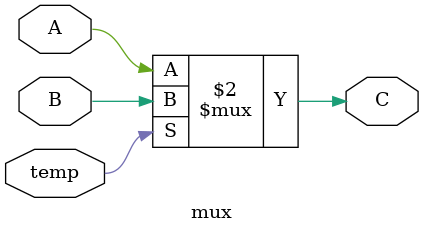
<source format=v>
`timescale 1ns / 1ps
module mux(
	input A,
	input B,
	input temp,
	output C
    );
	assign C=(temp==0)?A:B;
	
endmodule

</source>
